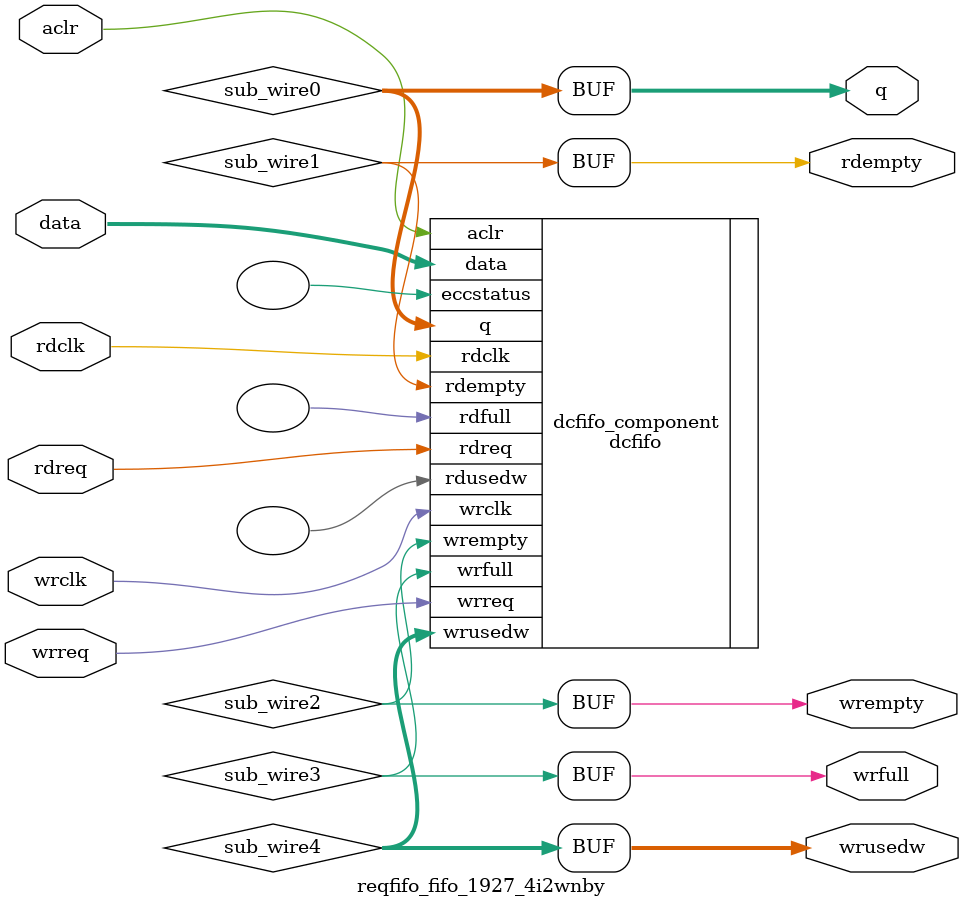
<source format=v>



`timescale 1 ps / 1 ps
// synopsys translate_on
module  reqfifo_fifo_1927_4i2wnby  (
    aclr,
    data,
    rdclk,
    rdreq,
    wrclk,
    wrreq,
    q,
    rdempty,
    wrempty,
    wrfull,
    wrusedw);

    input    aclr;
    input  [639:0]  data;
    input    rdclk;
    input    rdreq;
    input    wrclk;
    input    wrreq;
    output [639:0]  q;
    output   rdempty;
    output   wrempty;
    output   wrfull;
    output [5:0]  wrusedw;
`ifndef ALTERA_RESERVED_QIS
// synopsys translate_off
`endif
    tri0     aclr;
`ifndef ALTERA_RESERVED_QIS
// synopsys translate_on
`endif

    wire [639:0] sub_wire0;
    wire  sub_wire1;
    wire  sub_wire2;
    wire  sub_wire3;
    wire [5:0] sub_wire4;
    wire [639:0] q = sub_wire0[639:0];
    wire  rdempty = sub_wire1;
    wire  wrempty = sub_wire2;
    wire  wrfull = sub_wire3;
    wire [5:0] wrusedw = sub_wire4[5:0];

    dcfifo  dcfifo_component (
                .aclr (aclr),
                .data (data),
                .rdclk (rdclk),
                .rdreq (rdreq),
                .wrclk (wrclk),
                .wrreq (wrreq),
                .q (sub_wire0),
                .rdempty (sub_wire1),
                .wrempty (sub_wire2),
                .wrfull (sub_wire3),
                .wrusedw (sub_wire4),
                .eccstatus (),
                .rdfull (),
                .rdusedw ());
    defparam
        dcfifo_component.enable_ecc  = "FALSE",
        dcfifo_component.intended_device_family  = "Agilex 7",
        dcfifo_component.lpm_hint  = "DISABLE_DCFIFO_EMBEDDED_TIMING_CONSTRAINT=TRUE",
        dcfifo_component.lpm_numwords  = 64,
        dcfifo_component.lpm_showahead  = "ON",
        dcfifo_component.lpm_type  = "dcfifo",
        dcfifo_component.lpm_width  = 640,
        dcfifo_component.lpm_widthu  = 6,
        dcfifo_component.overflow_checking  = "OFF",
        dcfifo_component.rdsync_delaypipe  = 4,
        dcfifo_component.read_aclr_synch  = "ON",
        dcfifo_component.underflow_checking  = "OFF",
        dcfifo_component.use_eab  = "ON",
        dcfifo_component.write_aclr_synch  = "ON",
        dcfifo_component.wrsync_delaypipe  = 4;


endmodule



</source>
